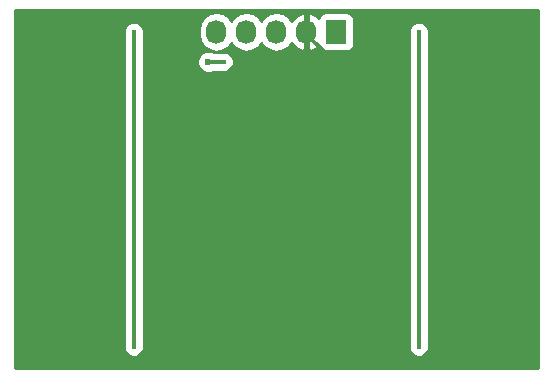
<source format=gbr>
G04 #@! TF.FileFunction,Copper,L2,Bot,Signal*
%FSLAX46Y46*%
G04 Gerber Fmt 4.6, Leading zero omitted, Abs format (unit mm)*
G04 Created by KiCad (PCBNEW 4.0.1-stable) date 2016 January 27, Wednesday 21:53:49*
%MOMM*%
G01*
G04 APERTURE LIST*
%ADD10C,0.100000*%
%ADD11R,1.727200X2.032000*%
%ADD12O,1.727200X2.032000*%
%ADD13C,0.600000*%
%ADD14C,0.400000*%
%ADD15C,0.380000*%
%ADD16C,0.254000*%
G04 APERTURE END LIST*
D10*
D11*
X116840000Y-50800000D03*
D12*
X114300000Y-50800000D03*
X111760000Y-50800000D03*
X109220000Y-50800000D03*
X106680000Y-50800000D03*
D13*
X106004990Y-53340000D03*
D14*
X107315000Y-53340000D03*
X99695000Y-77470000D03*
X99695000Y-73660000D03*
X99695000Y-69850000D03*
X99695000Y-66040000D03*
X99695000Y-62230000D03*
X99695000Y-58420000D03*
X99695000Y-54610000D03*
X99695000Y-50800000D03*
X123825000Y-77470000D03*
X123825000Y-73660000D03*
X123825000Y-69850000D03*
X123825000Y-66040000D03*
X123825000Y-50800000D03*
X123825000Y-54610000D03*
X123825000Y-58420000D03*
X123825000Y-62230000D03*
X102235000Y-66675000D03*
X106172000Y-72136000D03*
X121285000Y-55245000D03*
D15*
X107315000Y-53340000D02*
X106004990Y-53340000D01*
X99695000Y-73660000D02*
X99695000Y-77470000D01*
X99695000Y-69850000D02*
X99695000Y-73660000D01*
X99695000Y-66040000D02*
X99695000Y-69850000D01*
X99695000Y-62230000D02*
X99695000Y-66040000D01*
X99695000Y-58420000D02*
X99695000Y-62230000D01*
X99695000Y-54610000D02*
X99695000Y-58420000D01*
X99695000Y-50800000D02*
X99695000Y-54610000D01*
X123825000Y-69850000D02*
X123825000Y-73660000D01*
X123825000Y-73660000D02*
X123825000Y-77470000D01*
X123825000Y-66040000D02*
X123825000Y-69850000D01*
X123825000Y-62230000D02*
X123825000Y-66040000D01*
X123825000Y-54610000D02*
X123825000Y-50800000D01*
X123825000Y-54610000D02*
X123825000Y-58420000D01*
X123825000Y-62230000D02*
X123825000Y-58420000D01*
X102235000Y-66675000D02*
X102235000Y-68199000D01*
X102235000Y-68199000D02*
X106172000Y-72136000D01*
X118592600Y-55245000D02*
X118592600Y-59715400D01*
X118592600Y-59715400D02*
X106172000Y-72136000D01*
X114300000Y-50952400D02*
X118592600Y-55245000D01*
X118592600Y-55245000D02*
X121285000Y-55245000D01*
X114300000Y-50800000D02*
X114300000Y-50952400D01*
D16*
G36*
X133910000Y-79300000D02*
X89610000Y-79300000D01*
X89610000Y-50965363D01*
X98859855Y-50965363D01*
X98870000Y-50989916D01*
X98870000Y-54419446D01*
X98860145Y-54443179D01*
X98859855Y-54775363D01*
X98870000Y-54799916D01*
X98870000Y-58229446D01*
X98860145Y-58253179D01*
X98859855Y-58585363D01*
X98870000Y-58609916D01*
X98870000Y-62039446D01*
X98860145Y-62063179D01*
X98859855Y-62395363D01*
X98870000Y-62419916D01*
X98870000Y-65849446D01*
X98860145Y-65873179D01*
X98859855Y-66205363D01*
X98870000Y-66229916D01*
X98870000Y-69659446D01*
X98860145Y-69683179D01*
X98859855Y-70015363D01*
X98870000Y-70039916D01*
X98870000Y-73469446D01*
X98860145Y-73493179D01*
X98859855Y-73825363D01*
X98870000Y-73849916D01*
X98870000Y-77279446D01*
X98860145Y-77303179D01*
X98859855Y-77635363D01*
X98986708Y-77942372D01*
X99221393Y-78177466D01*
X99528179Y-78304855D01*
X99860363Y-78305145D01*
X100167372Y-78178292D01*
X100402466Y-77943607D01*
X100529855Y-77636821D01*
X100530145Y-77304637D01*
X100520000Y-77280084D01*
X100520000Y-73850554D01*
X100529855Y-73826821D01*
X100530145Y-73494637D01*
X100520000Y-73470084D01*
X100520000Y-70040554D01*
X100529855Y-70016821D01*
X100530145Y-69684637D01*
X100520000Y-69660084D01*
X100520000Y-66230554D01*
X100529855Y-66206821D01*
X100530145Y-65874637D01*
X100520000Y-65850084D01*
X100520000Y-62420554D01*
X100529855Y-62396821D01*
X100530145Y-62064637D01*
X100520000Y-62040084D01*
X100520000Y-58610554D01*
X100529855Y-58586821D01*
X100530145Y-58254637D01*
X100520000Y-58230084D01*
X100520000Y-54800554D01*
X100529855Y-54776821D01*
X100530145Y-54444637D01*
X100520000Y-54420084D01*
X100520000Y-53525167D01*
X105069828Y-53525167D01*
X105211873Y-53868943D01*
X105474663Y-54132192D01*
X105818191Y-54274838D01*
X106190157Y-54275162D01*
X106456770Y-54165000D01*
X107124446Y-54165000D01*
X107148179Y-54174855D01*
X107480363Y-54175145D01*
X107787372Y-54048292D01*
X108022466Y-53813607D01*
X108149855Y-53506821D01*
X108150145Y-53174637D01*
X108023292Y-52867628D01*
X107788607Y-52632534D01*
X107481821Y-52505145D01*
X107149637Y-52504855D01*
X107125084Y-52515000D01*
X106456307Y-52515000D01*
X106191789Y-52405162D01*
X105819823Y-52404838D01*
X105476047Y-52546883D01*
X105212798Y-52809673D01*
X105070152Y-53153201D01*
X105069828Y-53525167D01*
X100520000Y-53525167D01*
X100520000Y-50990554D01*
X100529855Y-50966821D01*
X100530145Y-50634637D01*
X100522137Y-50615255D01*
X105181400Y-50615255D01*
X105181400Y-50984745D01*
X105295474Y-51558234D01*
X105620330Y-52044415D01*
X106106511Y-52369271D01*
X106680000Y-52483345D01*
X107253489Y-52369271D01*
X107739670Y-52044415D01*
X107950000Y-51729634D01*
X108160330Y-52044415D01*
X108646511Y-52369271D01*
X109220000Y-52483345D01*
X109793489Y-52369271D01*
X110279670Y-52044415D01*
X110490000Y-51729634D01*
X110700330Y-52044415D01*
X111186511Y-52369271D01*
X111760000Y-52483345D01*
X112333489Y-52369271D01*
X112819670Y-52044415D01*
X113026461Y-51734931D01*
X113397964Y-52150732D01*
X113925209Y-52404709D01*
X113940974Y-52407358D01*
X114173000Y-52286217D01*
X114173000Y-50927000D01*
X114153000Y-50927000D01*
X114153000Y-50673000D01*
X114173000Y-50673000D01*
X114173000Y-49313783D01*
X114427000Y-49313783D01*
X114427000Y-50673000D01*
X114447000Y-50673000D01*
X114447000Y-50927000D01*
X114427000Y-50927000D01*
X114427000Y-52286217D01*
X114659026Y-52407358D01*
X114674791Y-52404709D01*
X115202036Y-52150732D01*
X115358907Y-51975155D01*
X115373238Y-52051317D01*
X115512310Y-52267441D01*
X115724510Y-52412431D01*
X115976400Y-52463440D01*
X117703600Y-52463440D01*
X117938917Y-52419162D01*
X118155041Y-52280090D01*
X118300031Y-52067890D01*
X118351040Y-51816000D01*
X118351040Y-50965363D01*
X122989855Y-50965363D01*
X123000000Y-50989916D01*
X123000000Y-54419446D01*
X122990145Y-54443179D01*
X122989855Y-54775363D01*
X123000000Y-54799916D01*
X123000000Y-58229446D01*
X122990145Y-58253179D01*
X122989855Y-58585363D01*
X123000000Y-58609916D01*
X123000000Y-62039446D01*
X122990145Y-62063179D01*
X122989855Y-62395363D01*
X123000000Y-62419916D01*
X123000000Y-65849446D01*
X122990145Y-65873179D01*
X122989855Y-66205363D01*
X123000000Y-66229916D01*
X123000000Y-69659446D01*
X122990145Y-69683179D01*
X122989855Y-70015363D01*
X123000000Y-70039916D01*
X123000000Y-73469446D01*
X122990145Y-73493179D01*
X122989855Y-73825363D01*
X123000000Y-73849916D01*
X123000000Y-77279446D01*
X122990145Y-77303179D01*
X122989855Y-77635363D01*
X123116708Y-77942372D01*
X123351393Y-78177466D01*
X123658179Y-78304855D01*
X123990363Y-78305145D01*
X124297372Y-78178292D01*
X124532466Y-77943607D01*
X124659855Y-77636821D01*
X124660145Y-77304637D01*
X124650000Y-77280084D01*
X124650000Y-73850554D01*
X124659855Y-73826821D01*
X124660145Y-73494637D01*
X124650000Y-73470084D01*
X124650000Y-70040554D01*
X124659855Y-70016821D01*
X124660145Y-69684637D01*
X124650000Y-69660084D01*
X124650000Y-66230554D01*
X124659855Y-66206821D01*
X124660145Y-65874637D01*
X124650000Y-65850084D01*
X124650000Y-62420554D01*
X124659855Y-62396821D01*
X124660145Y-62064637D01*
X124650000Y-62040084D01*
X124650000Y-58610554D01*
X124659855Y-58586821D01*
X124660145Y-58254637D01*
X124650000Y-58230084D01*
X124650000Y-54800554D01*
X124659855Y-54776821D01*
X124660145Y-54444637D01*
X124650000Y-54420084D01*
X124650000Y-50990554D01*
X124659855Y-50966821D01*
X124660145Y-50634637D01*
X124533292Y-50327628D01*
X124298607Y-50092534D01*
X123991821Y-49965145D01*
X123659637Y-49964855D01*
X123352628Y-50091708D01*
X123117534Y-50326393D01*
X122990145Y-50633179D01*
X122989855Y-50965363D01*
X118351040Y-50965363D01*
X118351040Y-49784000D01*
X118306762Y-49548683D01*
X118167690Y-49332559D01*
X117955490Y-49187569D01*
X117703600Y-49136560D01*
X115976400Y-49136560D01*
X115741083Y-49180838D01*
X115524959Y-49319910D01*
X115379969Y-49532110D01*
X115360768Y-49626927D01*
X115202036Y-49449268D01*
X114674791Y-49195291D01*
X114659026Y-49192642D01*
X114427000Y-49313783D01*
X114173000Y-49313783D01*
X113940974Y-49192642D01*
X113925209Y-49195291D01*
X113397964Y-49449268D01*
X113026461Y-49865069D01*
X112819670Y-49555585D01*
X112333489Y-49230729D01*
X111760000Y-49116655D01*
X111186511Y-49230729D01*
X110700330Y-49555585D01*
X110490000Y-49870366D01*
X110279670Y-49555585D01*
X109793489Y-49230729D01*
X109220000Y-49116655D01*
X108646511Y-49230729D01*
X108160330Y-49555585D01*
X107950000Y-49870366D01*
X107739670Y-49555585D01*
X107253489Y-49230729D01*
X106680000Y-49116655D01*
X106106511Y-49230729D01*
X105620330Y-49555585D01*
X105295474Y-50041766D01*
X105181400Y-50615255D01*
X100522137Y-50615255D01*
X100403292Y-50327628D01*
X100168607Y-50092534D01*
X99861821Y-49965145D01*
X99529637Y-49964855D01*
X99222628Y-50091708D01*
X98987534Y-50326393D01*
X98860145Y-50633179D01*
X98859855Y-50965363D01*
X89610000Y-50965363D01*
X89610000Y-48970000D01*
X133910000Y-48970000D01*
X133910000Y-79300000D01*
X133910000Y-79300000D01*
G37*
X133910000Y-79300000D02*
X89610000Y-79300000D01*
X89610000Y-50965363D01*
X98859855Y-50965363D01*
X98870000Y-50989916D01*
X98870000Y-54419446D01*
X98860145Y-54443179D01*
X98859855Y-54775363D01*
X98870000Y-54799916D01*
X98870000Y-58229446D01*
X98860145Y-58253179D01*
X98859855Y-58585363D01*
X98870000Y-58609916D01*
X98870000Y-62039446D01*
X98860145Y-62063179D01*
X98859855Y-62395363D01*
X98870000Y-62419916D01*
X98870000Y-65849446D01*
X98860145Y-65873179D01*
X98859855Y-66205363D01*
X98870000Y-66229916D01*
X98870000Y-69659446D01*
X98860145Y-69683179D01*
X98859855Y-70015363D01*
X98870000Y-70039916D01*
X98870000Y-73469446D01*
X98860145Y-73493179D01*
X98859855Y-73825363D01*
X98870000Y-73849916D01*
X98870000Y-77279446D01*
X98860145Y-77303179D01*
X98859855Y-77635363D01*
X98986708Y-77942372D01*
X99221393Y-78177466D01*
X99528179Y-78304855D01*
X99860363Y-78305145D01*
X100167372Y-78178292D01*
X100402466Y-77943607D01*
X100529855Y-77636821D01*
X100530145Y-77304637D01*
X100520000Y-77280084D01*
X100520000Y-73850554D01*
X100529855Y-73826821D01*
X100530145Y-73494637D01*
X100520000Y-73470084D01*
X100520000Y-70040554D01*
X100529855Y-70016821D01*
X100530145Y-69684637D01*
X100520000Y-69660084D01*
X100520000Y-66230554D01*
X100529855Y-66206821D01*
X100530145Y-65874637D01*
X100520000Y-65850084D01*
X100520000Y-62420554D01*
X100529855Y-62396821D01*
X100530145Y-62064637D01*
X100520000Y-62040084D01*
X100520000Y-58610554D01*
X100529855Y-58586821D01*
X100530145Y-58254637D01*
X100520000Y-58230084D01*
X100520000Y-54800554D01*
X100529855Y-54776821D01*
X100530145Y-54444637D01*
X100520000Y-54420084D01*
X100520000Y-53525167D01*
X105069828Y-53525167D01*
X105211873Y-53868943D01*
X105474663Y-54132192D01*
X105818191Y-54274838D01*
X106190157Y-54275162D01*
X106456770Y-54165000D01*
X107124446Y-54165000D01*
X107148179Y-54174855D01*
X107480363Y-54175145D01*
X107787372Y-54048292D01*
X108022466Y-53813607D01*
X108149855Y-53506821D01*
X108150145Y-53174637D01*
X108023292Y-52867628D01*
X107788607Y-52632534D01*
X107481821Y-52505145D01*
X107149637Y-52504855D01*
X107125084Y-52515000D01*
X106456307Y-52515000D01*
X106191789Y-52405162D01*
X105819823Y-52404838D01*
X105476047Y-52546883D01*
X105212798Y-52809673D01*
X105070152Y-53153201D01*
X105069828Y-53525167D01*
X100520000Y-53525167D01*
X100520000Y-50990554D01*
X100529855Y-50966821D01*
X100530145Y-50634637D01*
X100522137Y-50615255D01*
X105181400Y-50615255D01*
X105181400Y-50984745D01*
X105295474Y-51558234D01*
X105620330Y-52044415D01*
X106106511Y-52369271D01*
X106680000Y-52483345D01*
X107253489Y-52369271D01*
X107739670Y-52044415D01*
X107950000Y-51729634D01*
X108160330Y-52044415D01*
X108646511Y-52369271D01*
X109220000Y-52483345D01*
X109793489Y-52369271D01*
X110279670Y-52044415D01*
X110490000Y-51729634D01*
X110700330Y-52044415D01*
X111186511Y-52369271D01*
X111760000Y-52483345D01*
X112333489Y-52369271D01*
X112819670Y-52044415D01*
X113026461Y-51734931D01*
X113397964Y-52150732D01*
X113925209Y-52404709D01*
X113940974Y-52407358D01*
X114173000Y-52286217D01*
X114173000Y-50927000D01*
X114153000Y-50927000D01*
X114153000Y-50673000D01*
X114173000Y-50673000D01*
X114173000Y-49313783D01*
X114427000Y-49313783D01*
X114427000Y-50673000D01*
X114447000Y-50673000D01*
X114447000Y-50927000D01*
X114427000Y-50927000D01*
X114427000Y-52286217D01*
X114659026Y-52407358D01*
X114674791Y-52404709D01*
X115202036Y-52150732D01*
X115358907Y-51975155D01*
X115373238Y-52051317D01*
X115512310Y-52267441D01*
X115724510Y-52412431D01*
X115976400Y-52463440D01*
X117703600Y-52463440D01*
X117938917Y-52419162D01*
X118155041Y-52280090D01*
X118300031Y-52067890D01*
X118351040Y-51816000D01*
X118351040Y-50965363D01*
X122989855Y-50965363D01*
X123000000Y-50989916D01*
X123000000Y-54419446D01*
X122990145Y-54443179D01*
X122989855Y-54775363D01*
X123000000Y-54799916D01*
X123000000Y-58229446D01*
X122990145Y-58253179D01*
X122989855Y-58585363D01*
X123000000Y-58609916D01*
X123000000Y-62039446D01*
X122990145Y-62063179D01*
X122989855Y-62395363D01*
X123000000Y-62419916D01*
X123000000Y-65849446D01*
X122990145Y-65873179D01*
X122989855Y-66205363D01*
X123000000Y-66229916D01*
X123000000Y-69659446D01*
X122990145Y-69683179D01*
X122989855Y-70015363D01*
X123000000Y-70039916D01*
X123000000Y-73469446D01*
X122990145Y-73493179D01*
X122989855Y-73825363D01*
X123000000Y-73849916D01*
X123000000Y-77279446D01*
X122990145Y-77303179D01*
X122989855Y-77635363D01*
X123116708Y-77942372D01*
X123351393Y-78177466D01*
X123658179Y-78304855D01*
X123990363Y-78305145D01*
X124297372Y-78178292D01*
X124532466Y-77943607D01*
X124659855Y-77636821D01*
X124660145Y-77304637D01*
X124650000Y-77280084D01*
X124650000Y-73850554D01*
X124659855Y-73826821D01*
X124660145Y-73494637D01*
X124650000Y-73470084D01*
X124650000Y-70040554D01*
X124659855Y-70016821D01*
X124660145Y-69684637D01*
X124650000Y-69660084D01*
X124650000Y-66230554D01*
X124659855Y-66206821D01*
X124660145Y-65874637D01*
X124650000Y-65850084D01*
X124650000Y-62420554D01*
X124659855Y-62396821D01*
X124660145Y-62064637D01*
X124650000Y-62040084D01*
X124650000Y-58610554D01*
X124659855Y-58586821D01*
X124660145Y-58254637D01*
X124650000Y-58230084D01*
X124650000Y-54800554D01*
X124659855Y-54776821D01*
X124660145Y-54444637D01*
X124650000Y-54420084D01*
X124650000Y-50990554D01*
X124659855Y-50966821D01*
X124660145Y-50634637D01*
X124533292Y-50327628D01*
X124298607Y-50092534D01*
X123991821Y-49965145D01*
X123659637Y-49964855D01*
X123352628Y-50091708D01*
X123117534Y-50326393D01*
X122990145Y-50633179D01*
X122989855Y-50965363D01*
X118351040Y-50965363D01*
X118351040Y-49784000D01*
X118306762Y-49548683D01*
X118167690Y-49332559D01*
X117955490Y-49187569D01*
X117703600Y-49136560D01*
X115976400Y-49136560D01*
X115741083Y-49180838D01*
X115524959Y-49319910D01*
X115379969Y-49532110D01*
X115360768Y-49626927D01*
X115202036Y-49449268D01*
X114674791Y-49195291D01*
X114659026Y-49192642D01*
X114427000Y-49313783D01*
X114173000Y-49313783D01*
X113940974Y-49192642D01*
X113925209Y-49195291D01*
X113397964Y-49449268D01*
X113026461Y-49865069D01*
X112819670Y-49555585D01*
X112333489Y-49230729D01*
X111760000Y-49116655D01*
X111186511Y-49230729D01*
X110700330Y-49555585D01*
X110490000Y-49870366D01*
X110279670Y-49555585D01*
X109793489Y-49230729D01*
X109220000Y-49116655D01*
X108646511Y-49230729D01*
X108160330Y-49555585D01*
X107950000Y-49870366D01*
X107739670Y-49555585D01*
X107253489Y-49230729D01*
X106680000Y-49116655D01*
X106106511Y-49230729D01*
X105620330Y-49555585D01*
X105295474Y-50041766D01*
X105181400Y-50615255D01*
X100522137Y-50615255D01*
X100403292Y-50327628D01*
X100168607Y-50092534D01*
X99861821Y-49965145D01*
X99529637Y-49964855D01*
X99222628Y-50091708D01*
X98987534Y-50326393D01*
X98860145Y-50633179D01*
X98859855Y-50965363D01*
X89610000Y-50965363D01*
X89610000Y-48970000D01*
X133910000Y-48970000D01*
X133910000Y-79300000D01*
M02*

</source>
